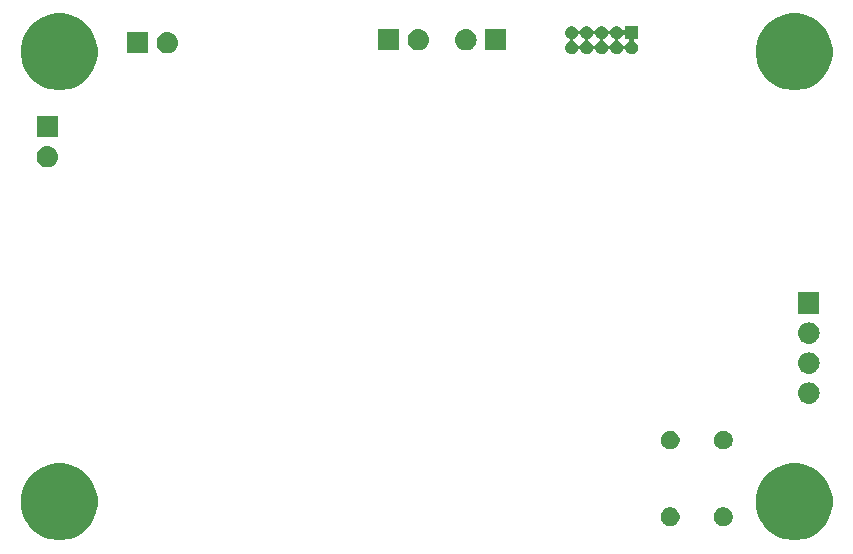
<source format=gbr>
G04 #@! TF.GenerationSoftware,KiCad,Pcbnew,(5.1.4)-1*
G04 #@! TF.CreationDate,2020-07-23T16:09:46+01:00*
G04 #@! TF.ProjectId,F7_100pin,46375f31-3030-4706-996e-2e6b69636164,rev?*
G04 #@! TF.SameCoordinates,Original*
G04 #@! TF.FileFunction,Soldermask,Bot*
G04 #@! TF.FilePolarity,Negative*
%FSLAX46Y46*%
G04 Gerber Fmt 4.6, Leading zero omitted, Abs format (unit mm)*
G04 Created by KiCad (PCBNEW (5.1.4)-1) date 2020-07-23 16:09:46*
%MOMM*%
%LPD*%
G04 APERTURE LIST*
%ADD10C,0.100000*%
G04 APERTURE END LIST*
D10*
G36*
X128904239Y-59041467D02*
G01*
X129218282Y-59103934D01*
X129809926Y-59349001D01*
X130342392Y-59704784D01*
X130795216Y-60157608D01*
X131150999Y-60690074D01*
X131396066Y-61281718D01*
X131396066Y-61281719D01*
X131521000Y-61909803D01*
X131521000Y-62550197D01*
X131491401Y-62699000D01*
X131396066Y-63178282D01*
X131150999Y-63769926D01*
X130915631Y-64122178D01*
X130816714Y-64270219D01*
X130795216Y-64302392D01*
X130342392Y-64755216D01*
X129809926Y-65110999D01*
X129218282Y-65356066D01*
X128904239Y-65418533D01*
X128590197Y-65481000D01*
X127949803Y-65481000D01*
X127635761Y-65418533D01*
X127321718Y-65356066D01*
X126730074Y-65110999D01*
X126197608Y-64755216D01*
X125744784Y-64302392D01*
X125723287Y-64270219D01*
X125624369Y-64122178D01*
X125389001Y-63769926D01*
X125143934Y-63178282D01*
X125048599Y-62699000D01*
X125019000Y-62550197D01*
X125019000Y-61909803D01*
X125143934Y-61281719D01*
X125143934Y-61281718D01*
X125389001Y-60690074D01*
X125744784Y-60157608D01*
X126197608Y-59704784D01*
X126730074Y-59349001D01*
X127321718Y-59103934D01*
X127635761Y-59041467D01*
X127949803Y-58979000D01*
X128590197Y-58979000D01*
X128904239Y-59041467D01*
X128904239Y-59041467D01*
G37*
G36*
X66674239Y-59041467D02*
G01*
X66988282Y-59103934D01*
X67579926Y-59349001D01*
X68112392Y-59704784D01*
X68565216Y-60157608D01*
X68920999Y-60690074D01*
X69166066Y-61281718D01*
X69166066Y-61281719D01*
X69291000Y-61909803D01*
X69291000Y-62550197D01*
X69261401Y-62699000D01*
X69166066Y-63178282D01*
X68920999Y-63769926D01*
X68685631Y-64122178D01*
X68586714Y-64270219D01*
X68565216Y-64302392D01*
X68112392Y-64755216D01*
X67579926Y-65110999D01*
X66988282Y-65356066D01*
X66674239Y-65418533D01*
X66360197Y-65481000D01*
X65719803Y-65481000D01*
X65405761Y-65418533D01*
X65091718Y-65356066D01*
X64500074Y-65110999D01*
X63967608Y-64755216D01*
X63514784Y-64302392D01*
X63493287Y-64270219D01*
X63394369Y-64122178D01*
X63159001Y-63769926D01*
X62913934Y-63178282D01*
X62818599Y-62699000D01*
X62789000Y-62550197D01*
X62789000Y-61909803D01*
X62913934Y-61281719D01*
X62913934Y-61281718D01*
X63159001Y-60690074D01*
X63514784Y-60157608D01*
X63967608Y-59704784D01*
X64500074Y-59349001D01*
X65091718Y-59103934D01*
X65405761Y-59041467D01*
X65719803Y-58979000D01*
X66360197Y-58979000D01*
X66674239Y-59041467D01*
X66674239Y-59041467D01*
G37*
G36*
X117983642Y-62729781D02*
G01*
X118129414Y-62790162D01*
X118129416Y-62790163D01*
X118260608Y-62877822D01*
X118372178Y-62989392D01*
X118459837Y-63120584D01*
X118459838Y-63120586D01*
X118520219Y-63266358D01*
X118551000Y-63421107D01*
X118551000Y-63578893D01*
X118520219Y-63733642D01*
X118459838Y-63879414D01*
X118459837Y-63879416D01*
X118372178Y-64010608D01*
X118260608Y-64122178D01*
X118129416Y-64209837D01*
X118129415Y-64209838D01*
X118129414Y-64209838D01*
X117983642Y-64270219D01*
X117828893Y-64301000D01*
X117671107Y-64301000D01*
X117516358Y-64270219D01*
X117370586Y-64209838D01*
X117370585Y-64209838D01*
X117370584Y-64209837D01*
X117239392Y-64122178D01*
X117127822Y-64010608D01*
X117040163Y-63879416D01*
X117040162Y-63879414D01*
X116979781Y-63733642D01*
X116949000Y-63578893D01*
X116949000Y-63421107D01*
X116979781Y-63266358D01*
X117040162Y-63120586D01*
X117040163Y-63120584D01*
X117127822Y-62989392D01*
X117239392Y-62877822D01*
X117370584Y-62790163D01*
X117370586Y-62790162D01*
X117516358Y-62729781D01*
X117671107Y-62699000D01*
X117828893Y-62699000D01*
X117983642Y-62729781D01*
X117983642Y-62729781D01*
G37*
G36*
X122483642Y-62729781D02*
G01*
X122629414Y-62790162D01*
X122629416Y-62790163D01*
X122760608Y-62877822D01*
X122872178Y-62989392D01*
X122959837Y-63120584D01*
X122959838Y-63120586D01*
X123020219Y-63266358D01*
X123051000Y-63421107D01*
X123051000Y-63578893D01*
X123020219Y-63733642D01*
X122959838Y-63879414D01*
X122959837Y-63879416D01*
X122872178Y-64010608D01*
X122760608Y-64122178D01*
X122629416Y-64209837D01*
X122629415Y-64209838D01*
X122629414Y-64209838D01*
X122483642Y-64270219D01*
X122328893Y-64301000D01*
X122171107Y-64301000D01*
X122016358Y-64270219D01*
X121870586Y-64209838D01*
X121870585Y-64209838D01*
X121870584Y-64209837D01*
X121739392Y-64122178D01*
X121627822Y-64010608D01*
X121540163Y-63879416D01*
X121540162Y-63879414D01*
X121479781Y-63733642D01*
X121449000Y-63578893D01*
X121449000Y-63421107D01*
X121479781Y-63266358D01*
X121540162Y-63120586D01*
X121540163Y-63120584D01*
X121627822Y-62989392D01*
X121739392Y-62877822D01*
X121870584Y-62790163D01*
X121870586Y-62790162D01*
X122016358Y-62729781D01*
X122171107Y-62699000D01*
X122328893Y-62699000D01*
X122483642Y-62729781D01*
X122483642Y-62729781D01*
G37*
G36*
X117983642Y-56229781D02*
G01*
X118129414Y-56290162D01*
X118129416Y-56290163D01*
X118260608Y-56377822D01*
X118372178Y-56489392D01*
X118459837Y-56620584D01*
X118459838Y-56620586D01*
X118520219Y-56766358D01*
X118551000Y-56921107D01*
X118551000Y-57078893D01*
X118520219Y-57233642D01*
X118459838Y-57379414D01*
X118459837Y-57379416D01*
X118372178Y-57510608D01*
X118260608Y-57622178D01*
X118129416Y-57709837D01*
X118129415Y-57709838D01*
X118129414Y-57709838D01*
X117983642Y-57770219D01*
X117828893Y-57801000D01*
X117671107Y-57801000D01*
X117516358Y-57770219D01*
X117370586Y-57709838D01*
X117370585Y-57709838D01*
X117370584Y-57709837D01*
X117239392Y-57622178D01*
X117127822Y-57510608D01*
X117040163Y-57379416D01*
X117040162Y-57379414D01*
X116979781Y-57233642D01*
X116949000Y-57078893D01*
X116949000Y-56921107D01*
X116979781Y-56766358D01*
X117040162Y-56620586D01*
X117040163Y-56620584D01*
X117127822Y-56489392D01*
X117239392Y-56377822D01*
X117370584Y-56290163D01*
X117370586Y-56290162D01*
X117516358Y-56229781D01*
X117671107Y-56199000D01*
X117828893Y-56199000D01*
X117983642Y-56229781D01*
X117983642Y-56229781D01*
G37*
G36*
X122483642Y-56229781D02*
G01*
X122629414Y-56290162D01*
X122629416Y-56290163D01*
X122760608Y-56377822D01*
X122872178Y-56489392D01*
X122959837Y-56620584D01*
X122959838Y-56620586D01*
X123020219Y-56766358D01*
X123051000Y-56921107D01*
X123051000Y-57078893D01*
X123020219Y-57233642D01*
X122959838Y-57379414D01*
X122959837Y-57379416D01*
X122872178Y-57510608D01*
X122760608Y-57622178D01*
X122629416Y-57709837D01*
X122629415Y-57709838D01*
X122629414Y-57709838D01*
X122483642Y-57770219D01*
X122328893Y-57801000D01*
X122171107Y-57801000D01*
X122016358Y-57770219D01*
X121870586Y-57709838D01*
X121870585Y-57709838D01*
X121870584Y-57709837D01*
X121739392Y-57622178D01*
X121627822Y-57510608D01*
X121540163Y-57379416D01*
X121540162Y-57379414D01*
X121479781Y-57233642D01*
X121449000Y-57078893D01*
X121449000Y-56921107D01*
X121479781Y-56766358D01*
X121540162Y-56620586D01*
X121540163Y-56620584D01*
X121627822Y-56489392D01*
X121739392Y-56377822D01*
X121870584Y-56290163D01*
X121870586Y-56290162D01*
X122016358Y-56229781D01*
X122171107Y-56199000D01*
X122328893Y-56199000D01*
X122483642Y-56229781D01*
X122483642Y-56229781D01*
G37*
G36*
X129610442Y-52125518D02*
G01*
X129676627Y-52132037D01*
X129846466Y-52183557D01*
X130002991Y-52267222D01*
X130038729Y-52296552D01*
X130140186Y-52379814D01*
X130223448Y-52481271D01*
X130252778Y-52517009D01*
X130336443Y-52673534D01*
X130387963Y-52843373D01*
X130405359Y-53020000D01*
X130387963Y-53196627D01*
X130336443Y-53366466D01*
X130252778Y-53522991D01*
X130223448Y-53558729D01*
X130140186Y-53660186D01*
X130038729Y-53743448D01*
X130002991Y-53772778D01*
X129846466Y-53856443D01*
X129676627Y-53907963D01*
X129610443Y-53914481D01*
X129544260Y-53921000D01*
X129455740Y-53921000D01*
X129389557Y-53914481D01*
X129323373Y-53907963D01*
X129153534Y-53856443D01*
X128997009Y-53772778D01*
X128961271Y-53743448D01*
X128859814Y-53660186D01*
X128776552Y-53558729D01*
X128747222Y-53522991D01*
X128663557Y-53366466D01*
X128612037Y-53196627D01*
X128594641Y-53020000D01*
X128612037Y-52843373D01*
X128663557Y-52673534D01*
X128747222Y-52517009D01*
X128776552Y-52481271D01*
X128859814Y-52379814D01*
X128961271Y-52296552D01*
X128997009Y-52267222D01*
X129153534Y-52183557D01*
X129323373Y-52132037D01*
X129389558Y-52125518D01*
X129455740Y-52119000D01*
X129544260Y-52119000D01*
X129610442Y-52125518D01*
X129610442Y-52125518D01*
G37*
G36*
X129610443Y-49585519D02*
G01*
X129676627Y-49592037D01*
X129846466Y-49643557D01*
X130002991Y-49727222D01*
X130038729Y-49756552D01*
X130140186Y-49839814D01*
X130223448Y-49941271D01*
X130252778Y-49977009D01*
X130336443Y-50133534D01*
X130387963Y-50303373D01*
X130405359Y-50480000D01*
X130387963Y-50656627D01*
X130336443Y-50826466D01*
X130252778Y-50982991D01*
X130223448Y-51018729D01*
X130140186Y-51120186D01*
X130038729Y-51203448D01*
X130002991Y-51232778D01*
X129846466Y-51316443D01*
X129676627Y-51367963D01*
X129610443Y-51374481D01*
X129544260Y-51381000D01*
X129455740Y-51381000D01*
X129389558Y-51374482D01*
X129323373Y-51367963D01*
X129153534Y-51316443D01*
X128997009Y-51232778D01*
X128961271Y-51203448D01*
X128859814Y-51120186D01*
X128776552Y-51018729D01*
X128747222Y-50982991D01*
X128663557Y-50826466D01*
X128612037Y-50656627D01*
X128594641Y-50480000D01*
X128612037Y-50303373D01*
X128663557Y-50133534D01*
X128747222Y-49977009D01*
X128776552Y-49941271D01*
X128859814Y-49839814D01*
X128961271Y-49756552D01*
X128997009Y-49727222D01*
X129153534Y-49643557D01*
X129323373Y-49592037D01*
X129389557Y-49585519D01*
X129455740Y-49579000D01*
X129544260Y-49579000D01*
X129610443Y-49585519D01*
X129610443Y-49585519D01*
G37*
G36*
X129610442Y-47045518D02*
G01*
X129676627Y-47052037D01*
X129846466Y-47103557D01*
X130002991Y-47187222D01*
X130038729Y-47216552D01*
X130140186Y-47299814D01*
X130223448Y-47401271D01*
X130252778Y-47437009D01*
X130336443Y-47593534D01*
X130387963Y-47763373D01*
X130405359Y-47940000D01*
X130387963Y-48116627D01*
X130336443Y-48286466D01*
X130252778Y-48442991D01*
X130223448Y-48478729D01*
X130140186Y-48580186D01*
X130038729Y-48663448D01*
X130002991Y-48692778D01*
X129846466Y-48776443D01*
X129676627Y-48827963D01*
X129610443Y-48834481D01*
X129544260Y-48841000D01*
X129455740Y-48841000D01*
X129389557Y-48834481D01*
X129323373Y-48827963D01*
X129153534Y-48776443D01*
X128997009Y-48692778D01*
X128961271Y-48663448D01*
X128859814Y-48580186D01*
X128776552Y-48478729D01*
X128747222Y-48442991D01*
X128663557Y-48286466D01*
X128612037Y-48116627D01*
X128594641Y-47940000D01*
X128612037Y-47763373D01*
X128663557Y-47593534D01*
X128747222Y-47437009D01*
X128776552Y-47401271D01*
X128859814Y-47299814D01*
X128961271Y-47216552D01*
X128997009Y-47187222D01*
X129153534Y-47103557D01*
X129323373Y-47052037D01*
X129389558Y-47045518D01*
X129455740Y-47039000D01*
X129544260Y-47039000D01*
X129610442Y-47045518D01*
X129610442Y-47045518D01*
G37*
G36*
X130401000Y-46301000D02*
G01*
X128599000Y-46301000D01*
X128599000Y-44499000D01*
X130401000Y-44499000D01*
X130401000Y-46301000D01*
X130401000Y-46301000D01*
G37*
G36*
X65134443Y-32125519D02*
G01*
X65200627Y-32132037D01*
X65370466Y-32183557D01*
X65526991Y-32267222D01*
X65562729Y-32296552D01*
X65664186Y-32379814D01*
X65747448Y-32481271D01*
X65776778Y-32517009D01*
X65860443Y-32673534D01*
X65911963Y-32843373D01*
X65929359Y-33020000D01*
X65911963Y-33196627D01*
X65860443Y-33366466D01*
X65776778Y-33522991D01*
X65747448Y-33558729D01*
X65664186Y-33660186D01*
X65562729Y-33743448D01*
X65526991Y-33772778D01*
X65370466Y-33856443D01*
X65200627Y-33907963D01*
X65134443Y-33914481D01*
X65068260Y-33921000D01*
X64979740Y-33921000D01*
X64913557Y-33914481D01*
X64847373Y-33907963D01*
X64677534Y-33856443D01*
X64521009Y-33772778D01*
X64485271Y-33743448D01*
X64383814Y-33660186D01*
X64300552Y-33558729D01*
X64271222Y-33522991D01*
X64187557Y-33366466D01*
X64136037Y-33196627D01*
X64118641Y-33020000D01*
X64136037Y-32843373D01*
X64187557Y-32673534D01*
X64271222Y-32517009D01*
X64300552Y-32481271D01*
X64383814Y-32379814D01*
X64485271Y-32296552D01*
X64521009Y-32267222D01*
X64677534Y-32183557D01*
X64847373Y-32132037D01*
X64913557Y-32125519D01*
X64979740Y-32119000D01*
X65068260Y-32119000D01*
X65134443Y-32125519D01*
X65134443Y-32125519D01*
G37*
G36*
X65925000Y-31381000D02*
G01*
X64123000Y-31381000D01*
X64123000Y-29579000D01*
X65925000Y-29579000D01*
X65925000Y-31381000D01*
X65925000Y-31381000D01*
G37*
G36*
X66674239Y-20941467D02*
G01*
X66988282Y-21003934D01*
X67579926Y-21249001D01*
X67869523Y-21442504D01*
X68112391Y-21604783D01*
X68565217Y-22057609D01*
X68613367Y-22129671D01*
X68920999Y-22590074D01*
X69166066Y-23181718D01*
X69187729Y-23290625D01*
X69291000Y-23809803D01*
X69291000Y-24450197D01*
X69228533Y-24764239D01*
X69166066Y-25078282D01*
X68920999Y-25669926D01*
X68565216Y-26202392D01*
X68112392Y-26655216D01*
X67579926Y-27010999D01*
X66988282Y-27256066D01*
X66674239Y-27318533D01*
X66360197Y-27381000D01*
X65719803Y-27381000D01*
X65405761Y-27318533D01*
X65091718Y-27256066D01*
X64500074Y-27010999D01*
X63967608Y-26655216D01*
X63514784Y-26202392D01*
X63159001Y-25669926D01*
X62913934Y-25078282D01*
X62851467Y-24764239D01*
X62789000Y-24450197D01*
X62789000Y-23809803D01*
X62892271Y-23290625D01*
X62913934Y-23181718D01*
X63159001Y-22590074D01*
X63466633Y-22129671D01*
X63514783Y-22057609D01*
X63967609Y-21604783D01*
X64210477Y-21442504D01*
X64500074Y-21249001D01*
X65091718Y-21003934D01*
X65405761Y-20941467D01*
X65719803Y-20879000D01*
X66360197Y-20879000D01*
X66674239Y-20941467D01*
X66674239Y-20941467D01*
G37*
G36*
X128904239Y-20941467D02*
G01*
X129218282Y-21003934D01*
X129809926Y-21249001D01*
X130099523Y-21442504D01*
X130342391Y-21604783D01*
X130795217Y-22057609D01*
X130843367Y-22129671D01*
X131150999Y-22590074D01*
X131396066Y-23181718D01*
X131417729Y-23290625D01*
X131521000Y-23809803D01*
X131521000Y-24450197D01*
X131458533Y-24764239D01*
X131396066Y-25078282D01*
X131150999Y-25669926D01*
X130795216Y-26202392D01*
X130342392Y-26655216D01*
X129809926Y-27010999D01*
X129218282Y-27256066D01*
X128904239Y-27318533D01*
X128590197Y-27381000D01*
X127949803Y-27381000D01*
X127635761Y-27318533D01*
X127321718Y-27256066D01*
X126730074Y-27010999D01*
X126197608Y-26655216D01*
X125744784Y-26202392D01*
X125389001Y-25669926D01*
X125143934Y-25078282D01*
X125081467Y-24764239D01*
X125019000Y-24450197D01*
X125019000Y-23809803D01*
X125122271Y-23290625D01*
X125143934Y-23181718D01*
X125389001Y-22590074D01*
X125696633Y-22129671D01*
X125744783Y-22057609D01*
X126197609Y-21604783D01*
X126440477Y-21442504D01*
X126730074Y-21249001D01*
X127321718Y-21003934D01*
X127635761Y-20941467D01*
X127949803Y-20879000D01*
X128590197Y-20879000D01*
X128904239Y-20941467D01*
X128904239Y-20941467D01*
G37*
G36*
X109528015Y-21956973D02*
G01*
X109631879Y-21988479D01*
X109652078Y-21999276D01*
X109727600Y-22039643D01*
X109811501Y-22108499D01*
X109880357Y-22192400D01*
X109891662Y-22213551D01*
X109931521Y-22288121D01*
X109935388Y-22300869D01*
X109944760Y-22323496D01*
X109958374Y-22343870D01*
X109975701Y-22361197D01*
X109996075Y-22374811D01*
X110018714Y-22384188D01*
X110042747Y-22388969D01*
X110067251Y-22388969D01*
X110091285Y-22384189D01*
X110113924Y-22374812D01*
X110134298Y-22361198D01*
X110151625Y-22343871D01*
X110165239Y-22323497D01*
X110174612Y-22300869D01*
X110178479Y-22288121D01*
X110218338Y-22213551D01*
X110229643Y-22192400D01*
X110298499Y-22108499D01*
X110382400Y-22039643D01*
X110457922Y-21999276D01*
X110478121Y-21988479D01*
X110581985Y-21956973D01*
X110662933Y-21949000D01*
X110717067Y-21949000D01*
X110798015Y-21956973D01*
X110901879Y-21988479D01*
X110922078Y-21999276D01*
X110997600Y-22039643D01*
X111081501Y-22108499D01*
X111150357Y-22192400D01*
X111161662Y-22213551D01*
X111201521Y-22288121D01*
X111205388Y-22300869D01*
X111214760Y-22323496D01*
X111228374Y-22343870D01*
X111245701Y-22361197D01*
X111266075Y-22374811D01*
X111288714Y-22384188D01*
X111312747Y-22388969D01*
X111337251Y-22388969D01*
X111361285Y-22384189D01*
X111383924Y-22374812D01*
X111404298Y-22361198D01*
X111421625Y-22343871D01*
X111435239Y-22323497D01*
X111444612Y-22300869D01*
X111448479Y-22288121D01*
X111488338Y-22213551D01*
X111499643Y-22192400D01*
X111568499Y-22108499D01*
X111652400Y-22039643D01*
X111727922Y-21999276D01*
X111748121Y-21988479D01*
X111851985Y-21956973D01*
X111932933Y-21949000D01*
X111987067Y-21949000D01*
X112068015Y-21956973D01*
X112171879Y-21988479D01*
X112192078Y-21999276D01*
X112267600Y-22039643D01*
X112351501Y-22108499D01*
X112420357Y-22192400D01*
X112431662Y-22213551D01*
X112471521Y-22288121D01*
X112475388Y-22300869D01*
X112484760Y-22323496D01*
X112498374Y-22343870D01*
X112515701Y-22361197D01*
X112536075Y-22374811D01*
X112558714Y-22384188D01*
X112582747Y-22388969D01*
X112607251Y-22388969D01*
X112631285Y-22384189D01*
X112653924Y-22374812D01*
X112674298Y-22361198D01*
X112691625Y-22343871D01*
X112705239Y-22323497D01*
X112714612Y-22300869D01*
X112718479Y-22288121D01*
X112758338Y-22213551D01*
X112769643Y-22192400D01*
X112838499Y-22108499D01*
X112922400Y-22039643D01*
X112997922Y-21999276D01*
X113018121Y-21988479D01*
X113121985Y-21956973D01*
X113202933Y-21949000D01*
X113257067Y-21949000D01*
X113338015Y-21956973D01*
X113441879Y-21988479D01*
X113462078Y-21999276D01*
X113537600Y-22039643D01*
X113621501Y-22108499D01*
X113690356Y-22192400D01*
X113713764Y-22236193D01*
X113727375Y-22256563D01*
X113744702Y-22273890D01*
X113765076Y-22287504D01*
X113787715Y-22296881D01*
X113811748Y-22301662D01*
X113836252Y-22301662D01*
X113860286Y-22296882D01*
X113882924Y-22287505D01*
X113903299Y-22273891D01*
X113920626Y-22256564D01*
X113934240Y-22236190D01*
X113943617Y-22213551D01*
X113948398Y-22189518D01*
X113949000Y-22177265D01*
X113949000Y-21949000D01*
X115051000Y-21949000D01*
X115051000Y-23051000D01*
X114822735Y-23051000D01*
X114798349Y-23053402D01*
X114774900Y-23060515D01*
X114753289Y-23072066D01*
X114734347Y-23087611D01*
X114718802Y-23106553D01*
X114707251Y-23128164D01*
X114700138Y-23151613D01*
X114697736Y-23175999D01*
X114700138Y-23200385D01*
X114707251Y-23223834D01*
X114718802Y-23245445D01*
X114734347Y-23264387D01*
X114753289Y-23279932D01*
X114763802Y-23286233D01*
X114807600Y-23309644D01*
X114807602Y-23309645D01*
X114807601Y-23309645D01*
X114891501Y-23378499D01*
X114960357Y-23462400D01*
X114996995Y-23530945D01*
X115011521Y-23558121D01*
X115043027Y-23661985D01*
X115053666Y-23770000D01*
X115043027Y-23878015D01*
X115011521Y-23981879D01*
X115000786Y-24001963D01*
X114960357Y-24077600D01*
X114891501Y-24161501D01*
X114807600Y-24230357D01*
X114759694Y-24255963D01*
X114711879Y-24281521D01*
X114608015Y-24313027D01*
X114527067Y-24321000D01*
X114472933Y-24321000D01*
X114391985Y-24313027D01*
X114288121Y-24281521D01*
X114240306Y-24255963D01*
X114192400Y-24230357D01*
X114108499Y-24161501D01*
X114039643Y-24077600D01*
X113999214Y-24001963D01*
X113988479Y-23981879D01*
X113984612Y-23969131D01*
X113975240Y-23946504D01*
X113961626Y-23926130D01*
X113944299Y-23908803D01*
X113923925Y-23895189D01*
X113901286Y-23885812D01*
X113877253Y-23881031D01*
X113852749Y-23881031D01*
X113828715Y-23885811D01*
X113806076Y-23895188D01*
X113785702Y-23908802D01*
X113768375Y-23926129D01*
X113754761Y-23946503D01*
X113745388Y-23969131D01*
X113741521Y-23981879D01*
X113730786Y-24001963D01*
X113690357Y-24077600D01*
X113621501Y-24161501D01*
X113537600Y-24230357D01*
X113489694Y-24255963D01*
X113441879Y-24281521D01*
X113338015Y-24313027D01*
X113257067Y-24321000D01*
X113202933Y-24321000D01*
X113121985Y-24313027D01*
X113018121Y-24281521D01*
X112970306Y-24255963D01*
X112922400Y-24230357D01*
X112838499Y-24161501D01*
X112769643Y-24077600D01*
X112729214Y-24001963D01*
X112718479Y-23981879D01*
X112714612Y-23969131D01*
X112705240Y-23946504D01*
X112691626Y-23926130D01*
X112674299Y-23908803D01*
X112653925Y-23895189D01*
X112631286Y-23885812D01*
X112607253Y-23881031D01*
X112582749Y-23881031D01*
X112558715Y-23885811D01*
X112536076Y-23895188D01*
X112515702Y-23908802D01*
X112498375Y-23926129D01*
X112484761Y-23946503D01*
X112475388Y-23969131D01*
X112471521Y-23981879D01*
X112460786Y-24001963D01*
X112420357Y-24077600D01*
X112351501Y-24161501D01*
X112267600Y-24230357D01*
X112219694Y-24255963D01*
X112171879Y-24281521D01*
X112068015Y-24313027D01*
X111987067Y-24321000D01*
X111932933Y-24321000D01*
X111851985Y-24313027D01*
X111748121Y-24281521D01*
X111700306Y-24255963D01*
X111652400Y-24230357D01*
X111568499Y-24161501D01*
X111499643Y-24077600D01*
X111459214Y-24001963D01*
X111448479Y-23981879D01*
X111444612Y-23969131D01*
X111435240Y-23946504D01*
X111421626Y-23926130D01*
X111404299Y-23908803D01*
X111383925Y-23895189D01*
X111361286Y-23885812D01*
X111337253Y-23881031D01*
X111312749Y-23881031D01*
X111288715Y-23885811D01*
X111266076Y-23895188D01*
X111245702Y-23908802D01*
X111228375Y-23926129D01*
X111214761Y-23946503D01*
X111205388Y-23969131D01*
X111201521Y-23981879D01*
X111190786Y-24001963D01*
X111150357Y-24077600D01*
X111081501Y-24161501D01*
X110997600Y-24230357D01*
X110949694Y-24255963D01*
X110901879Y-24281521D01*
X110798015Y-24313027D01*
X110717067Y-24321000D01*
X110662933Y-24321000D01*
X110581985Y-24313027D01*
X110478121Y-24281521D01*
X110430306Y-24255963D01*
X110382400Y-24230357D01*
X110298499Y-24161501D01*
X110229643Y-24077600D01*
X110189214Y-24001963D01*
X110178479Y-23981879D01*
X110174612Y-23969131D01*
X110165240Y-23946504D01*
X110151626Y-23926130D01*
X110134299Y-23908803D01*
X110113925Y-23895189D01*
X110091286Y-23885812D01*
X110067253Y-23881031D01*
X110042749Y-23881031D01*
X110018715Y-23885811D01*
X109996076Y-23895188D01*
X109975702Y-23908802D01*
X109958375Y-23926129D01*
X109944761Y-23946503D01*
X109935388Y-23969131D01*
X109931521Y-23981879D01*
X109920786Y-24001963D01*
X109880357Y-24077600D01*
X109811501Y-24161501D01*
X109727600Y-24230357D01*
X109679694Y-24255963D01*
X109631879Y-24281521D01*
X109528015Y-24313027D01*
X109447067Y-24321000D01*
X109392933Y-24321000D01*
X109311985Y-24313027D01*
X109208121Y-24281521D01*
X109160306Y-24255963D01*
X109112400Y-24230357D01*
X109028499Y-24161501D01*
X108959643Y-24077600D01*
X108919214Y-24001963D01*
X108908479Y-23981879D01*
X108876973Y-23878015D01*
X108866334Y-23770000D01*
X108876973Y-23661985D01*
X108908479Y-23558121D01*
X108923005Y-23530945D01*
X108959643Y-23462400D01*
X109028499Y-23378499D01*
X109112400Y-23309643D01*
X109181656Y-23272625D01*
X109208121Y-23258479D01*
X109220869Y-23254612D01*
X109243496Y-23245240D01*
X109263870Y-23231626D01*
X109281197Y-23214299D01*
X109294811Y-23193925D01*
X109304188Y-23171286D01*
X109308969Y-23147253D01*
X109308969Y-23122749D01*
X109308969Y-23122747D01*
X109531031Y-23122747D01*
X109531031Y-23147251D01*
X109535811Y-23171285D01*
X109545188Y-23193924D01*
X109558802Y-23214298D01*
X109576129Y-23231625D01*
X109596503Y-23245239D01*
X109619131Y-23254612D01*
X109631879Y-23258479D01*
X109658344Y-23272625D01*
X109727600Y-23309643D01*
X109811501Y-23378499D01*
X109880357Y-23462400D01*
X109916995Y-23530945D01*
X109931521Y-23558121D01*
X109935388Y-23570869D01*
X109944760Y-23593496D01*
X109958374Y-23613870D01*
X109975701Y-23631197D01*
X109996075Y-23644811D01*
X110018714Y-23654188D01*
X110042747Y-23658969D01*
X110067251Y-23658969D01*
X110091285Y-23654189D01*
X110113924Y-23644812D01*
X110134298Y-23631198D01*
X110151625Y-23613871D01*
X110165239Y-23593497D01*
X110174612Y-23570869D01*
X110178479Y-23558121D01*
X110193005Y-23530945D01*
X110229643Y-23462400D01*
X110298499Y-23378499D01*
X110382400Y-23309643D01*
X110451656Y-23272625D01*
X110478121Y-23258479D01*
X110490869Y-23254612D01*
X110513496Y-23245240D01*
X110533870Y-23231626D01*
X110551197Y-23214299D01*
X110564811Y-23193925D01*
X110574188Y-23171286D01*
X110578969Y-23147253D01*
X110578969Y-23122749D01*
X110578969Y-23122747D01*
X110801031Y-23122747D01*
X110801031Y-23147251D01*
X110805811Y-23171285D01*
X110815188Y-23193924D01*
X110828802Y-23214298D01*
X110846129Y-23231625D01*
X110866503Y-23245239D01*
X110889131Y-23254612D01*
X110901879Y-23258479D01*
X110928344Y-23272625D01*
X110997600Y-23309643D01*
X111081501Y-23378499D01*
X111150357Y-23462400D01*
X111186995Y-23530945D01*
X111201521Y-23558121D01*
X111205388Y-23570869D01*
X111214760Y-23593496D01*
X111228374Y-23613870D01*
X111245701Y-23631197D01*
X111266075Y-23644811D01*
X111288714Y-23654188D01*
X111312747Y-23658969D01*
X111337251Y-23658969D01*
X111361285Y-23654189D01*
X111383924Y-23644812D01*
X111404298Y-23631198D01*
X111421625Y-23613871D01*
X111435239Y-23593497D01*
X111444612Y-23570869D01*
X111448479Y-23558121D01*
X111463005Y-23530945D01*
X111499643Y-23462400D01*
X111568499Y-23378499D01*
X111652400Y-23309643D01*
X111721656Y-23272625D01*
X111748121Y-23258479D01*
X111760869Y-23254612D01*
X111783496Y-23245240D01*
X111803870Y-23231626D01*
X111821197Y-23214299D01*
X111834811Y-23193925D01*
X111844188Y-23171286D01*
X111848969Y-23147253D01*
X111848969Y-23122749D01*
X111848969Y-23122747D01*
X112071031Y-23122747D01*
X112071031Y-23147251D01*
X112075811Y-23171285D01*
X112085188Y-23193924D01*
X112098802Y-23214298D01*
X112116129Y-23231625D01*
X112136503Y-23245239D01*
X112159131Y-23254612D01*
X112171879Y-23258479D01*
X112198344Y-23272625D01*
X112267600Y-23309643D01*
X112351501Y-23378499D01*
X112420357Y-23462400D01*
X112456995Y-23530945D01*
X112471521Y-23558121D01*
X112475388Y-23570869D01*
X112484760Y-23593496D01*
X112498374Y-23613870D01*
X112515701Y-23631197D01*
X112536075Y-23644811D01*
X112558714Y-23654188D01*
X112582747Y-23658969D01*
X112607251Y-23658969D01*
X112631285Y-23654189D01*
X112653924Y-23644812D01*
X112674298Y-23631198D01*
X112691625Y-23613871D01*
X112705239Y-23593497D01*
X112714612Y-23570869D01*
X112718479Y-23558121D01*
X112733005Y-23530945D01*
X112769643Y-23462400D01*
X112838499Y-23378499D01*
X112922400Y-23309643D01*
X112991656Y-23272625D01*
X113018121Y-23258479D01*
X113030869Y-23254612D01*
X113053496Y-23245240D01*
X113073870Y-23231626D01*
X113091197Y-23214299D01*
X113104811Y-23193925D01*
X113114188Y-23171286D01*
X113118969Y-23147253D01*
X113118969Y-23122749D01*
X113118969Y-23122747D01*
X113341031Y-23122747D01*
X113341031Y-23147251D01*
X113345811Y-23171285D01*
X113355188Y-23193924D01*
X113368802Y-23214298D01*
X113386129Y-23231625D01*
X113406503Y-23245239D01*
X113429131Y-23254612D01*
X113441879Y-23258479D01*
X113468344Y-23272625D01*
X113537600Y-23309643D01*
X113621501Y-23378499D01*
X113690357Y-23462400D01*
X113726995Y-23530945D01*
X113741521Y-23558121D01*
X113745388Y-23570869D01*
X113754760Y-23593496D01*
X113768374Y-23613870D01*
X113785701Y-23631197D01*
X113806075Y-23644811D01*
X113828714Y-23654188D01*
X113852747Y-23658969D01*
X113877251Y-23658969D01*
X113901285Y-23654189D01*
X113923924Y-23644812D01*
X113944298Y-23631198D01*
X113961625Y-23613871D01*
X113975239Y-23593497D01*
X113984612Y-23570869D01*
X113988479Y-23558121D01*
X114003005Y-23530945D01*
X114039643Y-23462400D01*
X114108499Y-23378499D01*
X114192399Y-23309645D01*
X114192398Y-23309645D01*
X114192400Y-23309644D01*
X114236193Y-23286236D01*
X114256563Y-23272625D01*
X114273890Y-23255298D01*
X114287504Y-23234924D01*
X114296881Y-23212285D01*
X114301662Y-23188252D01*
X114301662Y-23163748D01*
X114296882Y-23139714D01*
X114287505Y-23117076D01*
X114273891Y-23096701D01*
X114256564Y-23079374D01*
X114236190Y-23065760D01*
X114213551Y-23056383D01*
X114189518Y-23051602D01*
X114177265Y-23051000D01*
X113949000Y-23051000D01*
X113949000Y-22822735D01*
X113946598Y-22798349D01*
X113939485Y-22774900D01*
X113927934Y-22753289D01*
X113912389Y-22734347D01*
X113893447Y-22718802D01*
X113871836Y-22707251D01*
X113848387Y-22700138D01*
X113824001Y-22697736D01*
X113799615Y-22700138D01*
X113776166Y-22707251D01*
X113754555Y-22718802D01*
X113735613Y-22734347D01*
X113720068Y-22753289D01*
X113713767Y-22763802D01*
X113690356Y-22807600D01*
X113641927Y-22866612D01*
X113621501Y-22891501D01*
X113537600Y-22960357D01*
X113469055Y-22996995D01*
X113441879Y-23011521D01*
X113429131Y-23015388D01*
X113406504Y-23024760D01*
X113386130Y-23038374D01*
X113368803Y-23055701D01*
X113355189Y-23076075D01*
X113345812Y-23098714D01*
X113341031Y-23122747D01*
X113118969Y-23122747D01*
X113114189Y-23098715D01*
X113104812Y-23076076D01*
X113091198Y-23055702D01*
X113073871Y-23038375D01*
X113053497Y-23024761D01*
X113030869Y-23015388D01*
X113018121Y-23011521D01*
X112990945Y-22996995D01*
X112922400Y-22960357D01*
X112838499Y-22891501D01*
X112769643Y-22807600D01*
X112723055Y-22720440D01*
X112718479Y-22711879D01*
X112714612Y-22699131D01*
X112705240Y-22676504D01*
X112691626Y-22656130D01*
X112674299Y-22638803D01*
X112653925Y-22625189D01*
X112631286Y-22615812D01*
X112607253Y-22611031D01*
X112582749Y-22611031D01*
X112558715Y-22615811D01*
X112536076Y-22625188D01*
X112515702Y-22638802D01*
X112498375Y-22656129D01*
X112484761Y-22676503D01*
X112475388Y-22699131D01*
X112471521Y-22711879D01*
X112466945Y-22720440D01*
X112420357Y-22807600D01*
X112351501Y-22891501D01*
X112267600Y-22960357D01*
X112199055Y-22996995D01*
X112171879Y-23011521D01*
X112159131Y-23015388D01*
X112136504Y-23024760D01*
X112116130Y-23038374D01*
X112098803Y-23055701D01*
X112085189Y-23076075D01*
X112075812Y-23098714D01*
X112071031Y-23122747D01*
X111848969Y-23122747D01*
X111844189Y-23098715D01*
X111834812Y-23076076D01*
X111821198Y-23055702D01*
X111803871Y-23038375D01*
X111783497Y-23024761D01*
X111760869Y-23015388D01*
X111748121Y-23011521D01*
X111720945Y-22996995D01*
X111652400Y-22960357D01*
X111568499Y-22891501D01*
X111499643Y-22807600D01*
X111453055Y-22720440D01*
X111448479Y-22711879D01*
X111444612Y-22699131D01*
X111435240Y-22676504D01*
X111421626Y-22656130D01*
X111404299Y-22638803D01*
X111383925Y-22625189D01*
X111361286Y-22615812D01*
X111337253Y-22611031D01*
X111312749Y-22611031D01*
X111288715Y-22615811D01*
X111266076Y-22625188D01*
X111245702Y-22638802D01*
X111228375Y-22656129D01*
X111214761Y-22676503D01*
X111205388Y-22699131D01*
X111201521Y-22711879D01*
X111196945Y-22720440D01*
X111150357Y-22807600D01*
X111081501Y-22891501D01*
X110997600Y-22960357D01*
X110929055Y-22996995D01*
X110901879Y-23011521D01*
X110889131Y-23015388D01*
X110866504Y-23024760D01*
X110846130Y-23038374D01*
X110828803Y-23055701D01*
X110815189Y-23076075D01*
X110805812Y-23098714D01*
X110801031Y-23122747D01*
X110578969Y-23122747D01*
X110574189Y-23098715D01*
X110564812Y-23076076D01*
X110551198Y-23055702D01*
X110533871Y-23038375D01*
X110513497Y-23024761D01*
X110490869Y-23015388D01*
X110478121Y-23011521D01*
X110450945Y-22996995D01*
X110382400Y-22960357D01*
X110298499Y-22891501D01*
X110229643Y-22807600D01*
X110183055Y-22720440D01*
X110178479Y-22711879D01*
X110174612Y-22699131D01*
X110165240Y-22676504D01*
X110151626Y-22656130D01*
X110134299Y-22638803D01*
X110113925Y-22625189D01*
X110091286Y-22615812D01*
X110067253Y-22611031D01*
X110042749Y-22611031D01*
X110018715Y-22615811D01*
X109996076Y-22625188D01*
X109975702Y-22638802D01*
X109958375Y-22656129D01*
X109944761Y-22676503D01*
X109935388Y-22699131D01*
X109931521Y-22711879D01*
X109926945Y-22720440D01*
X109880357Y-22807600D01*
X109811501Y-22891501D01*
X109727600Y-22960357D01*
X109659055Y-22996995D01*
X109631879Y-23011521D01*
X109619131Y-23015388D01*
X109596504Y-23024760D01*
X109576130Y-23038374D01*
X109558803Y-23055701D01*
X109545189Y-23076075D01*
X109535812Y-23098714D01*
X109531031Y-23122747D01*
X109308969Y-23122747D01*
X109304189Y-23098715D01*
X109294812Y-23076076D01*
X109281198Y-23055702D01*
X109263871Y-23038375D01*
X109243497Y-23024761D01*
X109220869Y-23015388D01*
X109208121Y-23011521D01*
X109180945Y-22996995D01*
X109112400Y-22960357D01*
X109028499Y-22891501D01*
X108959643Y-22807600D01*
X108913055Y-22720440D01*
X108908479Y-22711879D01*
X108876973Y-22608015D01*
X108866334Y-22500000D01*
X108876973Y-22391985D01*
X108908479Y-22288121D01*
X108948338Y-22213551D01*
X108959643Y-22192400D01*
X109028499Y-22108499D01*
X109112400Y-22039643D01*
X109187922Y-21999276D01*
X109208121Y-21988479D01*
X109311985Y-21956973D01*
X109392933Y-21949000D01*
X109447067Y-21949000D01*
X109528015Y-21956973D01*
X109528015Y-21956973D01*
G37*
G36*
X75294443Y-22473519D02*
G01*
X75360627Y-22480037D01*
X75530466Y-22531557D01*
X75686991Y-22615222D01*
X75715723Y-22638802D01*
X75824186Y-22727814D01*
X75902084Y-22822735D01*
X75936778Y-22865009D01*
X76020443Y-23021534D01*
X76071963Y-23191373D01*
X76089359Y-23368000D01*
X76071963Y-23544627D01*
X76020443Y-23714466D01*
X75936778Y-23870991D01*
X75916920Y-23895188D01*
X75824186Y-24008186D01*
X75729880Y-24085580D01*
X75686991Y-24120778D01*
X75530466Y-24204443D01*
X75360627Y-24255963D01*
X75303880Y-24261552D01*
X75228260Y-24269000D01*
X75139740Y-24269000D01*
X75064120Y-24261552D01*
X75007373Y-24255963D01*
X74837534Y-24204443D01*
X74681009Y-24120778D01*
X74638120Y-24085580D01*
X74543814Y-24008186D01*
X74451080Y-23895188D01*
X74431222Y-23870991D01*
X74347557Y-23714466D01*
X74296037Y-23544627D01*
X74278641Y-23368000D01*
X74296037Y-23191373D01*
X74347557Y-23021534D01*
X74431222Y-22865009D01*
X74465916Y-22822735D01*
X74543814Y-22727814D01*
X74652277Y-22638802D01*
X74681009Y-22615222D01*
X74837534Y-22531557D01*
X75007373Y-22480037D01*
X75073558Y-22473518D01*
X75139740Y-22467000D01*
X75228260Y-22467000D01*
X75294443Y-22473519D01*
X75294443Y-22473519D01*
G37*
G36*
X73545000Y-24269000D02*
G01*
X71743000Y-24269000D01*
X71743000Y-22467000D01*
X73545000Y-22467000D01*
X73545000Y-24269000D01*
X73545000Y-24269000D01*
G37*
G36*
X94801000Y-24015000D02*
G01*
X92999000Y-24015000D01*
X92999000Y-22213000D01*
X94801000Y-22213000D01*
X94801000Y-24015000D01*
X94801000Y-24015000D01*
G37*
G36*
X100568376Y-22219315D02*
G01*
X100636627Y-22226037D01*
X100806466Y-22277557D01*
X100962991Y-22361222D01*
X100979549Y-22374811D01*
X101100186Y-22473814D01*
X101183448Y-22575271D01*
X101212778Y-22611009D01*
X101296443Y-22767534D01*
X101347963Y-22937373D01*
X101365359Y-23114000D01*
X101347963Y-23290627D01*
X101296443Y-23460466D01*
X101212778Y-23616991D01*
X101189946Y-23644812D01*
X101100186Y-23754186D01*
X101032415Y-23809803D01*
X100962991Y-23866778D01*
X100806466Y-23950443D01*
X100636627Y-24001963D01*
X100573453Y-24008185D01*
X100504260Y-24015000D01*
X100415740Y-24015000D01*
X100346547Y-24008185D01*
X100283373Y-24001963D01*
X100113534Y-23950443D01*
X99957009Y-23866778D01*
X99887585Y-23809803D01*
X99819814Y-23754186D01*
X99730054Y-23644812D01*
X99707222Y-23616991D01*
X99623557Y-23460466D01*
X99572037Y-23290627D01*
X99554641Y-23114000D01*
X99572037Y-22937373D01*
X99623557Y-22767534D01*
X99707222Y-22611009D01*
X99736552Y-22575271D01*
X99819814Y-22473814D01*
X99940451Y-22374811D01*
X99957009Y-22361222D01*
X100113534Y-22277557D01*
X100283373Y-22226037D01*
X100351624Y-22219315D01*
X100415740Y-22213000D01*
X100504260Y-22213000D01*
X100568376Y-22219315D01*
X100568376Y-22219315D01*
G37*
G36*
X103901000Y-24015000D02*
G01*
X102099000Y-24015000D01*
X102099000Y-22213000D01*
X103901000Y-22213000D01*
X103901000Y-24015000D01*
X103901000Y-24015000D01*
G37*
G36*
X96548376Y-22219315D02*
G01*
X96616627Y-22226037D01*
X96786466Y-22277557D01*
X96942991Y-22361222D01*
X96959549Y-22374811D01*
X97080186Y-22473814D01*
X97163448Y-22575271D01*
X97192778Y-22611009D01*
X97276443Y-22767534D01*
X97327963Y-22937373D01*
X97345359Y-23114000D01*
X97327963Y-23290627D01*
X97276443Y-23460466D01*
X97192778Y-23616991D01*
X97169946Y-23644812D01*
X97080186Y-23754186D01*
X97012415Y-23809803D01*
X96942991Y-23866778D01*
X96786466Y-23950443D01*
X96616627Y-24001963D01*
X96553453Y-24008185D01*
X96484260Y-24015000D01*
X96395740Y-24015000D01*
X96326547Y-24008185D01*
X96263373Y-24001963D01*
X96093534Y-23950443D01*
X95937009Y-23866778D01*
X95867585Y-23809803D01*
X95799814Y-23754186D01*
X95710054Y-23644812D01*
X95687222Y-23616991D01*
X95603557Y-23460466D01*
X95552037Y-23290627D01*
X95534641Y-23114000D01*
X95552037Y-22937373D01*
X95603557Y-22767534D01*
X95687222Y-22611009D01*
X95716552Y-22575271D01*
X95799814Y-22473814D01*
X95920451Y-22374811D01*
X95937009Y-22361222D01*
X96093534Y-22277557D01*
X96263373Y-22226037D01*
X96331624Y-22219315D01*
X96395740Y-22213000D01*
X96484260Y-22213000D01*
X96548376Y-22219315D01*
X96548376Y-22219315D01*
G37*
M02*

</source>
